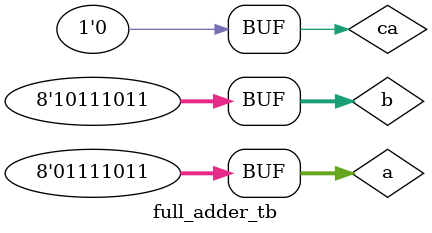
<source format=v>
module full_adder_tb;
parameter B = 8;
reg [B-1:0]a;
reg [B-1:0]b;
reg ca;
wire [B-1:0]s;
wire co;

full_adder #(B) dut(a,b,ca,s,co);
initial begin
  $dumpfile("dump.vcd");
  $dumpvars;
  $monitor("time=%0t a=%b b=%b ca=%b s=%b co=%b",$time,a,b,ca,s,co);
  
  a=8'b01010111; b=8'b00110011; ca=1'b0; #10;
  a=8'b01111001; b=8'b10000011; ca=1'b0; #10;
  a=8'b01101111; b=8'b10101111; ca=1'b0; #10;
  a=8'b01111011; b=8'b10111011; ca=1'b0; #10;
end
endmodule

</source>
